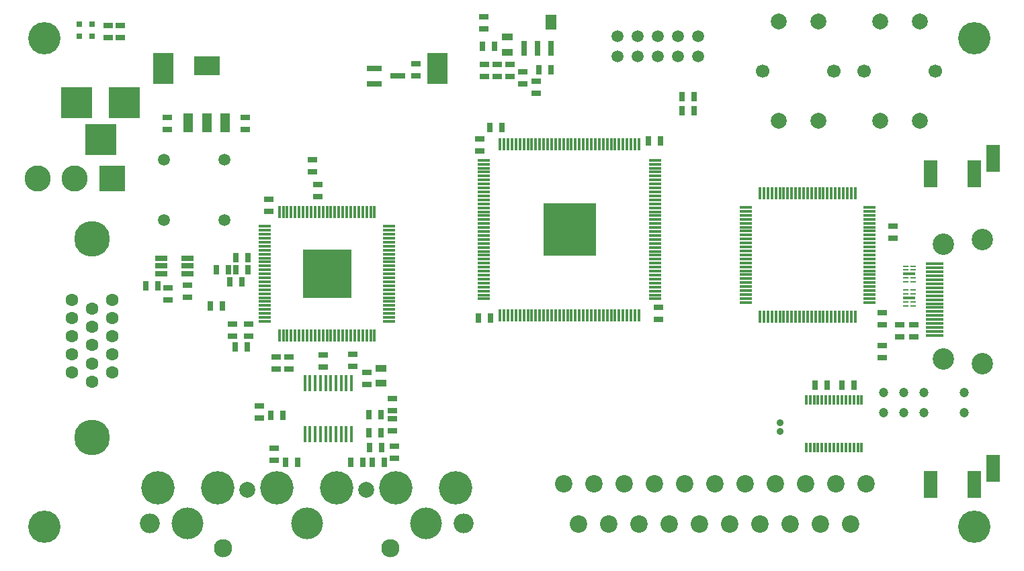
<source format=gbr>
G04 #@! TF.GenerationSoftware,KiCad,Pcbnew,7.0.6+dfsg-1*
G04 #@! TF.CreationDate,2023-08-01T21:26:43+03:00*
G04 #@! TF.ProjectId,ossc_board,6f737363-5f62-46f6-9172-642e6b696361,rev?*
G04 #@! TF.SameCoordinates,Original*
G04 #@! TF.FileFunction,Soldermask,Top*
G04 #@! TF.FilePolarity,Negative*
%FSLAX46Y46*%
G04 Gerber Fmt 4.6, Leading zero omitted, Abs format (unit mm)*
G04 Created by KiCad (PCBNEW 7.0.6+dfsg-1) date 2023-08-01 21:26:43*
%MOMM*%
%LPD*%
G01*
G04 APERTURE LIST*
%ADD10R,0.635000X1.143000*%
%ADD11R,1.143000X0.635000*%
%ADD12R,1.397000X0.889000*%
%ADD13R,4.000000X4.000000*%
%ADD14C,1.600000*%
%ADD15C,4.500000*%
%ADD16R,0.700000X1.900000*%
%ADD17R,1.400000X1.900000*%
%ADD18C,1.506220*%
%ADD19C,4.064000*%
%ADD20R,0.300000X1.600000*%
%ADD21R,1.600000X0.300000*%
%ADD22C,0.690000*%
%ADD23C,2.000000*%
%ADD24R,6.200000X6.200000*%
%ADD25O,2.500000X2.500000*%
%ADD26C,2.300000*%
%ADD27C,4.200000*%
%ADD28C,4.000000*%
%ADD29C,2.200000*%
%ADD30R,6.700000X6.700000*%
%ADD31R,2.500000X4.000000*%
%ADD32R,1.560000X0.650000*%
%ADD33R,3.300000X3.300000*%
%ADD34C,3.300000*%
%ADD35C,1.700000*%
%ADD36R,0.400000X2.000000*%
%ADD37R,1.200000X2.400000*%
%ADD38R,3.300000X2.400000*%
%ADD39R,0.797560X0.797560*%
%ADD40R,1.900000X0.800000*%
%ADD41R,1.700000X3.500000*%
%ADD42R,2.200000X0.300000*%
%ADD43C,2.700000*%
%ADD44C,0.900000*%
%ADD45R,0.300000X1.200000*%
%ADD46R,0.700000X0.200000*%
%ADD47R,1.600000X0.400000*%
%ADD48C,1.200000*%
%ADD49C,1.500000*%
G04 APERTURE END LIST*
D10*
X39634500Y-68172700D03*
X41158500Y-68172700D03*
X51280400Y-74066000D03*
X49756400Y-74066000D03*
X53604500Y-72224000D03*
X52080500Y-72224000D03*
X53579100Y-70357100D03*
X52055100Y-70357100D03*
X53579100Y-68058400D03*
X52055100Y-68058400D03*
D11*
X40358400Y-62267200D03*
X40358400Y-60743200D03*
D10*
X41539000Y-74066000D03*
X43063000Y-74066000D03*
D11*
X34872000Y-58177800D03*
X34872000Y-56653800D03*
D10*
X32078000Y-54317000D03*
X33602000Y-54317000D03*
X36039000Y-51283000D03*
X34515000Y-51283000D03*
X32766000Y-49779000D03*
X34290000Y-49779000D03*
X36824000Y-48265000D03*
X35300000Y-48265000D03*
D11*
X26705900Y-52018300D03*
X26705900Y-53542300D03*
X26645000Y-32075000D03*
X26645000Y-30551000D03*
X66000000Y-34762000D03*
X66000000Y-33238000D03*
D10*
X68762000Y-31800000D03*
X67238000Y-31800000D03*
X67362000Y-55900000D03*
X65838000Y-55900000D03*
D11*
X66520400Y-17868000D03*
X66520400Y-19392000D03*
D10*
X92974500Y-27888300D03*
X91450500Y-27888300D03*
X87259000Y-33498000D03*
X88783000Y-33498000D03*
D11*
X88500000Y-54538000D03*
X88500000Y-56062000D03*
X118040000Y-44248000D03*
X118040000Y-45772000D03*
X36405000Y-32080000D03*
X36405000Y-30556000D03*
D12*
X69494000Y-20408500D03*
X69494000Y-22313500D03*
D13*
X21202140Y-28649000D03*
X15202660Y-28649000D03*
X18202400Y-33348000D03*
D14*
X19695500Y-62735400D03*
X19695500Y-60445400D03*
X19695500Y-58155400D03*
X19695500Y-55865400D03*
X19695500Y-53575400D03*
X17155500Y-63875400D03*
X17155500Y-61585400D03*
X17155500Y-59295400D03*
X17155500Y-57005400D03*
D15*
X17155500Y-45915400D03*
D14*
X17155500Y-54715400D03*
D15*
X17155500Y-70915400D03*
D14*
X14615500Y-62735400D03*
X14615500Y-60445400D03*
X14615500Y-58155400D03*
X14615500Y-55865400D03*
X14615500Y-53575400D03*
D16*
X74964100Y-21860500D03*
X73264100Y-21860500D03*
X71564100Y-21860500D03*
D17*
X74944100Y-18510500D03*
D18*
X93480000Y-20320000D03*
X93480000Y-22860000D03*
X90940000Y-20320000D03*
X90940000Y-22860000D03*
X88400000Y-20320000D03*
X88400000Y-22860000D03*
X85860000Y-20320000D03*
X85860000Y-22860000D03*
X83320000Y-20320000D03*
X83320000Y-22860000D03*
D19*
X11130000Y-20600000D03*
X11130000Y-82200000D03*
X128300000Y-82200000D03*
X128300000Y-20600000D03*
D11*
X38262900Y-68477500D03*
X38262900Y-66953500D03*
D10*
X52410700Y-74078200D03*
X53934700Y-74078200D03*
D11*
X55280900Y-72008100D03*
X55280900Y-73532100D03*
X55001500Y-70128500D03*
X55001500Y-68604500D03*
X54997000Y-67547000D03*
X54997000Y-66023000D03*
X40104000Y-73777000D03*
X40104000Y-72253000D03*
D10*
X35301000Y-49779000D03*
X36825000Y-49779000D03*
X25397800Y-51764300D03*
X23873800Y-51764300D03*
D11*
X39370000Y-40894000D03*
X39370000Y-42418000D03*
X44931000Y-37368000D03*
X44931000Y-35844000D03*
X45616200Y-39013500D03*
X45616200Y-40537500D03*
D10*
X91463200Y-29666300D03*
X92987200Y-29666300D03*
D11*
X116693000Y-55199000D03*
X116693000Y-56723000D03*
X66609300Y-25399100D03*
X66609300Y-23875100D03*
X68222200Y-25411800D03*
X68222200Y-23887800D03*
X69835100Y-25411800D03*
X69835100Y-23887800D03*
X71448000Y-26288100D03*
X71448000Y-24764100D03*
X73086300Y-27520000D03*
X73086300Y-25996000D03*
D10*
X73467300Y-24548200D03*
X74991300Y-24548200D03*
X67866600Y-21551000D03*
X66342600Y-21551000D03*
D11*
X19159000Y-18929000D03*
X19159000Y-20453000D03*
X20709000Y-18925000D03*
X20709000Y-20449000D03*
D20*
X40736000Y-58092000D03*
X41236000Y-58092000D03*
X41736000Y-58092000D03*
X42236000Y-58092000D03*
X42736000Y-58092000D03*
X43236000Y-58092000D03*
X43736000Y-58092000D03*
X44236000Y-58092000D03*
X44736000Y-58092000D03*
X45236000Y-58092000D03*
X45736000Y-58092000D03*
X46236000Y-58092000D03*
X46736000Y-58092000D03*
X47236000Y-58092000D03*
X47736000Y-58092000D03*
X48236000Y-58092000D03*
X48736000Y-58092000D03*
X49236000Y-58092000D03*
X49736000Y-58092000D03*
X50236000Y-58092000D03*
X50736000Y-58092000D03*
X51236000Y-58092000D03*
X51736000Y-58092000D03*
X52236000Y-58092000D03*
X52736000Y-58092000D03*
D21*
X54536000Y-56292000D03*
X54536000Y-55792000D03*
X54536000Y-55292000D03*
X54536000Y-54792000D03*
X54536000Y-54292000D03*
X54536000Y-53792000D03*
X54536000Y-53292000D03*
X54536000Y-52792000D03*
X54536000Y-52292000D03*
X54536000Y-51792000D03*
X54536000Y-51292000D03*
X54536000Y-50792000D03*
X54536000Y-50292000D03*
X54536000Y-49792000D03*
D22*
X44336000Y-52692000D03*
X45136000Y-52692000D03*
X45936000Y-52692000D03*
X46736000Y-52692000D03*
X47536000Y-52692000D03*
X48336000Y-52692000D03*
X49136000Y-52692000D03*
X44336000Y-51892000D03*
X45136000Y-51892000D03*
X45936000Y-51892000D03*
X46736000Y-51892000D03*
X47536000Y-51892000D03*
X48336000Y-51892000D03*
X49136000Y-51892000D03*
X44336000Y-51092000D03*
X45136000Y-51092000D03*
X48336000Y-51092000D03*
X49136000Y-51092000D03*
X44336000Y-50292000D03*
X45136000Y-50292000D03*
D23*
X46736000Y-50292000D03*
D24*
X46736000Y-50292000D03*
D22*
X48336000Y-50292000D03*
X49136000Y-50292000D03*
X44336000Y-49492000D03*
X45136000Y-49492000D03*
X48336000Y-49492000D03*
X49136000Y-49492000D03*
D21*
X54536000Y-49292000D03*
D22*
X44336000Y-48692000D03*
X45136000Y-48692000D03*
X45936000Y-48692000D03*
X46736000Y-48692000D03*
X47536000Y-48692000D03*
X48336000Y-48692000D03*
X49136000Y-48692000D03*
X44336000Y-47892000D03*
X45136000Y-47892000D03*
X45936000Y-47892000D03*
X46736000Y-47892000D03*
X47536000Y-47892000D03*
X48336000Y-47892000D03*
X49136000Y-47892000D03*
D21*
X54536000Y-48792000D03*
X54536000Y-48292000D03*
X54536000Y-47792000D03*
X54536000Y-47292000D03*
X54536000Y-46792000D03*
X54536000Y-46292000D03*
X54536000Y-45792000D03*
X54536000Y-45292000D03*
X54536000Y-44792000D03*
X54536000Y-44292000D03*
D20*
X52736000Y-42492000D03*
X52236000Y-42492000D03*
X51736000Y-42492000D03*
X51236000Y-42492000D03*
X50736000Y-42492000D03*
X50236000Y-42492000D03*
X49736000Y-42492000D03*
X49236000Y-42492000D03*
X48736000Y-42492000D03*
X48236000Y-42492000D03*
X47736000Y-42492000D03*
X47236000Y-42492000D03*
X46736000Y-42492000D03*
X46236000Y-42492000D03*
X45736000Y-42492000D03*
X45236000Y-42492000D03*
X44736000Y-42492000D03*
X44236000Y-42492000D03*
X43736000Y-42492000D03*
X43236000Y-42492000D03*
X42736000Y-42492000D03*
X42236000Y-42492000D03*
X41736000Y-42492000D03*
X41236000Y-42492000D03*
X40736000Y-42492000D03*
D21*
X38936000Y-44292000D03*
X38936000Y-44792000D03*
X38936000Y-45292000D03*
X38936000Y-45792000D03*
X38936000Y-46292000D03*
X38936000Y-46792000D03*
X38936000Y-47292000D03*
X38936000Y-47792000D03*
X38936000Y-48292000D03*
X38936000Y-48792000D03*
X38936000Y-49292000D03*
X38936000Y-49792000D03*
X38936000Y-50292000D03*
X38936000Y-50792000D03*
X38936000Y-51292000D03*
X38936000Y-51792000D03*
X38936000Y-52292000D03*
X38936000Y-52792000D03*
X38936000Y-53292000D03*
X38936000Y-53792000D03*
X38936000Y-54292000D03*
X38936000Y-54792000D03*
X38936000Y-55292000D03*
X38936000Y-55792000D03*
X38936000Y-56292000D03*
D25*
X24396000Y-81776200D03*
D26*
X33662620Y-84920720D03*
D23*
X36696000Y-77576200D03*
X51696000Y-77576200D03*
D26*
X54729380Y-84920720D03*
D25*
X63996000Y-81776200D03*
D27*
X40446000Y-77276200D03*
X47946000Y-77276200D03*
X55446000Y-77276200D03*
X62946000Y-77276200D03*
X25446000Y-77276200D03*
X32946000Y-77276200D03*
D28*
X29196000Y-81776200D03*
X44196000Y-81776200D03*
X59196000Y-81776200D03*
D20*
X86050000Y-33900000D03*
X85550000Y-33900000D03*
X85050000Y-33900000D03*
X84550000Y-33900000D03*
X84050000Y-33900000D03*
X83550000Y-33900000D03*
X83050000Y-33900000D03*
X82550000Y-33900000D03*
X82050000Y-33900000D03*
X81550000Y-33900000D03*
X81050000Y-33900000D03*
X80550000Y-33900000D03*
X80050000Y-33900000D03*
X79550000Y-33900000D03*
X79050000Y-33900000D03*
X78550000Y-33900000D03*
X78050000Y-33900000D03*
X77550000Y-33900000D03*
X77050000Y-33900000D03*
X76550000Y-33900000D03*
X76050000Y-33900000D03*
X75550000Y-33900000D03*
X75050000Y-33900000D03*
X74550000Y-33900000D03*
X74050000Y-33900000D03*
X73550000Y-33900000D03*
X73050000Y-33900000D03*
X72550000Y-33900000D03*
X72050000Y-33900000D03*
X71550000Y-33900000D03*
X71050000Y-33900000D03*
X70550000Y-33900000D03*
X70050000Y-33900000D03*
X69550000Y-33900000D03*
X69050000Y-33900000D03*
X68550000Y-33900000D03*
D21*
X66500000Y-35950000D03*
X66500000Y-36450000D03*
X66500000Y-36950000D03*
X66500000Y-37450000D03*
X66500000Y-37950000D03*
D22*
X79850000Y-42150000D03*
X79000000Y-42150000D03*
X78150000Y-42150000D03*
X77300000Y-42150000D03*
X76450000Y-42150000D03*
X75600000Y-42150000D03*
X74750000Y-42150000D03*
X79850000Y-43000000D03*
X79000000Y-43000000D03*
X78150000Y-43000000D03*
X77300000Y-43000000D03*
X76450000Y-43000000D03*
X75600000Y-43000000D03*
X74750000Y-43000000D03*
X79850000Y-43850000D03*
X79000000Y-43850000D03*
X75600000Y-43850000D03*
X74750000Y-43850000D03*
X79850000Y-44700000D03*
X79000000Y-44700000D03*
D29*
X77300000Y-44700000D03*
D30*
X77300000Y-44700000D03*
D22*
X75600000Y-44700000D03*
X74750000Y-44700000D03*
X79850000Y-45550000D03*
X79000000Y-45550000D03*
X75600000Y-45550000D03*
X74750000Y-45550000D03*
X79850000Y-46400000D03*
X79000000Y-46400000D03*
X78150000Y-46400000D03*
X77300000Y-46400000D03*
X76450000Y-46400000D03*
X75600000Y-46400000D03*
X74750000Y-46400000D03*
X79850000Y-47250000D03*
X79000000Y-47250000D03*
X78150000Y-47250000D03*
X77300000Y-47250000D03*
X76450000Y-47250000D03*
X75600000Y-47250000D03*
X74750000Y-47250000D03*
D21*
X66500000Y-38450000D03*
X66500000Y-38950000D03*
X66500000Y-39450000D03*
X66500000Y-39950000D03*
X66500000Y-40450000D03*
X66500000Y-40950000D03*
X66500000Y-41450000D03*
X66500000Y-41950000D03*
X66500000Y-42450000D03*
X66500000Y-42950000D03*
X66500000Y-43450000D03*
X66500000Y-43950000D03*
X66500000Y-44450000D03*
X66500000Y-44950000D03*
X66500000Y-45450000D03*
X66500000Y-45950000D03*
X66500000Y-46450000D03*
X66500000Y-46950000D03*
X66500000Y-47450000D03*
X66500000Y-47950000D03*
X66500000Y-48450000D03*
X66500000Y-48950000D03*
X66500000Y-49450000D03*
X66500000Y-49950000D03*
X66500000Y-50450000D03*
X66500000Y-50950000D03*
X66500000Y-51450000D03*
X66500000Y-51950000D03*
X66500000Y-52450000D03*
X66500000Y-52950000D03*
X66500000Y-53450000D03*
D20*
X68550000Y-55500000D03*
X69050000Y-55500000D03*
X69550000Y-55500000D03*
X70050000Y-55500000D03*
X70550000Y-55500000D03*
X71050000Y-55500000D03*
X71550000Y-55500000D03*
X72050000Y-55500000D03*
X72550000Y-55500000D03*
X73050000Y-55500000D03*
X73550000Y-55500000D03*
X74050000Y-55500000D03*
X74550000Y-55500000D03*
X75050000Y-55500000D03*
X75550000Y-55500000D03*
X76050000Y-55500000D03*
X76550000Y-55500000D03*
X77050000Y-55500000D03*
X77550000Y-55500000D03*
X78050000Y-55500000D03*
X78550000Y-55500000D03*
X79050000Y-55500000D03*
X79550000Y-55500000D03*
X80050000Y-55500000D03*
X80550000Y-55500000D03*
X81050000Y-55500000D03*
X81550000Y-55500000D03*
X82050000Y-55500000D03*
X82550000Y-55500000D03*
X83050000Y-55500000D03*
X83550000Y-55500000D03*
X84050000Y-55500000D03*
X84550000Y-55500000D03*
X85050000Y-55500000D03*
X85550000Y-55500000D03*
X86050000Y-55500000D03*
D21*
X88100000Y-53450000D03*
X88100000Y-52950000D03*
X88100000Y-52450000D03*
X88100000Y-51950000D03*
X88100000Y-51450000D03*
X88100000Y-50950000D03*
X88100000Y-50450000D03*
X88100000Y-49950000D03*
X88100000Y-49450000D03*
X88100000Y-48950000D03*
X88100000Y-48450000D03*
X88100000Y-47950000D03*
X88100000Y-47450000D03*
X88100000Y-46950000D03*
X88100000Y-46450000D03*
X88100000Y-45950000D03*
X88100000Y-45450000D03*
X88100000Y-44950000D03*
X88100000Y-44450000D03*
X88100000Y-43950000D03*
X88100000Y-43450000D03*
X88100000Y-42950000D03*
X88100000Y-42450000D03*
X88100000Y-41950000D03*
X88100000Y-41450000D03*
X88100000Y-40950000D03*
X88100000Y-40450000D03*
X88100000Y-39950000D03*
X88100000Y-39450000D03*
X88100000Y-38950000D03*
X88100000Y-38450000D03*
X88100000Y-37950000D03*
X88100000Y-37450000D03*
X88100000Y-36950000D03*
X88100000Y-36450000D03*
X88100000Y-35950000D03*
D20*
X101300000Y-55700000D03*
X101800000Y-55700000D03*
X102300000Y-55700000D03*
X102800000Y-55700000D03*
X103300000Y-55700000D03*
X103800000Y-55700000D03*
X104300000Y-55700000D03*
X104800000Y-55700000D03*
X105300000Y-55700000D03*
X105800000Y-55700000D03*
X106300000Y-55700000D03*
X106800000Y-55700000D03*
X107300000Y-55700000D03*
X107800000Y-55700000D03*
X108300000Y-55700000D03*
X108800000Y-55700000D03*
X109300000Y-55700000D03*
X109800000Y-55700000D03*
X110300000Y-55700000D03*
X110800000Y-55700000D03*
X111300000Y-55700000D03*
X111800000Y-55700000D03*
X112300000Y-55700000D03*
X112800000Y-55700000D03*
X113300000Y-55700000D03*
D21*
X115100000Y-53900000D03*
X115100000Y-53400000D03*
X115100000Y-52900000D03*
X115100000Y-52400000D03*
X115100000Y-51900000D03*
X115100000Y-51400000D03*
X115100000Y-50900000D03*
X115100000Y-50400000D03*
X115100000Y-49900000D03*
X115100000Y-49400000D03*
X115100000Y-48900000D03*
X115100000Y-48400000D03*
X115100000Y-47900000D03*
X115100000Y-47400000D03*
X115100000Y-46900000D03*
X115100000Y-46400000D03*
X115100000Y-45900000D03*
X115100000Y-45400000D03*
X115100000Y-44900000D03*
X115100000Y-44400000D03*
X115100000Y-43900000D03*
X115100000Y-43400000D03*
X115100000Y-42900000D03*
X115100000Y-42400000D03*
X115100000Y-41900000D03*
D20*
X113300000Y-40100000D03*
X112800000Y-40100000D03*
X112300000Y-40100000D03*
X111800000Y-40100000D03*
X111300000Y-40100000D03*
X110800000Y-40100000D03*
X110300000Y-40100000D03*
X109800000Y-40100000D03*
X109300000Y-40100000D03*
X108800000Y-40100000D03*
X108300000Y-40100000D03*
X107800000Y-40100000D03*
X107300000Y-40100000D03*
X106800000Y-40100000D03*
X106300000Y-40100000D03*
X105800000Y-40100000D03*
X105300000Y-40100000D03*
X104800000Y-40100000D03*
X104300000Y-40100000D03*
X103800000Y-40100000D03*
X103300000Y-40100000D03*
X102800000Y-40100000D03*
X102300000Y-40100000D03*
X101800000Y-40100000D03*
X101300000Y-40100000D03*
D21*
X99500000Y-41900000D03*
X99500000Y-42400000D03*
X99500000Y-42900000D03*
X99500000Y-43400000D03*
X99500000Y-43900000D03*
X99500000Y-44400000D03*
X99500000Y-44900000D03*
X99500000Y-45400000D03*
X99500000Y-45900000D03*
X99500000Y-46400000D03*
X99500000Y-46900000D03*
X99500000Y-47400000D03*
X99500000Y-47900000D03*
X99500000Y-48400000D03*
X99500000Y-48900000D03*
X99500000Y-49400000D03*
X99500000Y-49900000D03*
X99500000Y-50400000D03*
X99500000Y-50900000D03*
X99500000Y-51400000D03*
X99500000Y-51900000D03*
X99500000Y-52400000D03*
X99500000Y-52900000D03*
X99500000Y-53400000D03*
X99500000Y-53900000D03*
D11*
X57912000Y-23754000D03*
X57912000Y-25278000D03*
D10*
X35138700Y-59536700D03*
X36662700Y-59536700D03*
D31*
X60676200Y-24406600D03*
X26076200Y-24406600D03*
D11*
X46225800Y-62013200D03*
X46225800Y-60489200D03*
X49985000Y-61987800D03*
X49985000Y-60463800D03*
X41958600Y-62267200D03*
X41958600Y-60743200D03*
X36827800Y-56628400D03*
X36827800Y-58152400D03*
X51763000Y-64252000D03*
X51763000Y-62728000D03*
X29144300Y-51713500D03*
X29144300Y-53237500D03*
D32*
X25843300Y-48337800D03*
X25843300Y-49287800D03*
X25843300Y-50237800D03*
X29143300Y-50237800D03*
X29143300Y-49287800D03*
X29143300Y-48337800D03*
D12*
X53538000Y-64107500D03*
X53538000Y-62202500D03*
D33*
X19666000Y-38298000D03*
D34*
X14966000Y-38298000D03*
X10266000Y-38298000D03*
D35*
X114418000Y-24700000D03*
X123418000Y-24700000D03*
D23*
X116418000Y-30950000D03*
X116418000Y-18450000D03*
X121418000Y-30950000D03*
X121418000Y-18450000D03*
D35*
X101631000Y-24700000D03*
X110631000Y-24700000D03*
D23*
X103631000Y-30950000D03*
X103631000Y-18450000D03*
X108631000Y-30950000D03*
X108631000Y-18450000D03*
D36*
X43963000Y-70544000D03*
X44613000Y-70544000D03*
X45263000Y-70544000D03*
X45913000Y-70544000D03*
X46563000Y-70544000D03*
X47213000Y-70544000D03*
X47863000Y-70544000D03*
X48513000Y-70544000D03*
X49163000Y-70544000D03*
X49813000Y-70544000D03*
X49813000Y-64104000D03*
X49163000Y-64104000D03*
X48513000Y-64104000D03*
X47863000Y-64104000D03*
X47213000Y-64104000D03*
X46563000Y-64104000D03*
X45913000Y-64104000D03*
X45263000Y-64104000D03*
X44613000Y-64104000D03*
X43963000Y-64104000D03*
D37*
X29277000Y-31256000D03*
D38*
X31577000Y-24056000D03*
D37*
X31577000Y-31256000D03*
X33877000Y-31256000D03*
D39*
X17179000Y-20294300D03*
X17179000Y-18795700D03*
X15549000Y-20294300D03*
X15549000Y-18795700D03*
D40*
X52693000Y-24379000D03*
X52693000Y-26279000D03*
X55693000Y-25329000D03*
D11*
X116690000Y-60902000D03*
X116690000Y-59378000D03*
X120690000Y-58262000D03*
X120690000Y-56738000D03*
X118930000Y-58262000D03*
X118930000Y-56738000D03*
D41*
X130706000Y-74830000D03*
X128306000Y-76830000D03*
X122806000Y-76830000D03*
D10*
X111648000Y-64350000D03*
X113172000Y-64350000D03*
X109797000Y-64359000D03*
X108273000Y-64359000D03*
D41*
X130698000Y-35676000D03*
X128298000Y-37676000D03*
X122798000Y-37676000D03*
D42*
X123300000Y-49050000D03*
X123300000Y-49550000D03*
X123300000Y-50050000D03*
X123300000Y-50550000D03*
X123300000Y-51050000D03*
X123300000Y-51550000D03*
X123300000Y-52050000D03*
X123300000Y-52550000D03*
X123300000Y-53050000D03*
X123300000Y-53550000D03*
X123300000Y-54050000D03*
X123300000Y-54550000D03*
X123300000Y-55050000D03*
X123300000Y-55550000D03*
X123300000Y-56050000D03*
X123300000Y-56550000D03*
D43*
X129350000Y-61650000D03*
X124400000Y-61050000D03*
D42*
X123300000Y-57050000D03*
D43*
X124400000Y-46550000D03*
X129350000Y-45950000D03*
D42*
X123300000Y-57550000D03*
X123300000Y-58050000D03*
D44*
X103861000Y-70197000D03*
X103861000Y-69097000D03*
D45*
X114122000Y-66230000D03*
X113622000Y-66230000D03*
X113122000Y-66230000D03*
X112622000Y-66230000D03*
X112122000Y-66230000D03*
X111622000Y-66230000D03*
X111122000Y-66230000D03*
X110622000Y-66230000D03*
X110122000Y-66230000D03*
X109622000Y-66230000D03*
X109122000Y-66230000D03*
X108622000Y-66230000D03*
X108122000Y-66230000D03*
X107622000Y-66230000D03*
X107122000Y-66230000D03*
X107122000Y-72230000D03*
X107622000Y-72230000D03*
X108122000Y-72230000D03*
X108622000Y-72230000D03*
X109122000Y-72230000D03*
X109622000Y-72230000D03*
X110122000Y-72230000D03*
X110622000Y-72230000D03*
X111122000Y-72230000D03*
X111622000Y-72230000D03*
X112122000Y-72230000D03*
X112622000Y-72230000D03*
X113122000Y-72230000D03*
X113622000Y-72230000D03*
X114122000Y-72230000D03*
D46*
X119670300Y-49310000D03*
X119670300Y-49810000D03*
D47*
X120120000Y-50310000D03*
D46*
X119670300Y-50810000D03*
X119670300Y-51310000D03*
X120569700Y-51310000D03*
X120569700Y-50810000D03*
D47*
X120120000Y-50310000D03*
D46*
X120569700Y-49810000D03*
X120569700Y-49310000D03*
X119670300Y-52310000D03*
X119670300Y-52810000D03*
D47*
X120120000Y-53310000D03*
D46*
X119670300Y-53810000D03*
X119670300Y-54310000D03*
X120569700Y-54310000D03*
X120569700Y-53810000D03*
D47*
X120120000Y-53310000D03*
D46*
X120569700Y-52810000D03*
X120569700Y-52310000D03*
D29*
X114659600Y-76741200D03*
X112754600Y-81821200D03*
X110849600Y-76741200D03*
X108944600Y-81821200D03*
X107039600Y-76741200D03*
X105134600Y-81821200D03*
X103229600Y-76741200D03*
X101324600Y-81821200D03*
X99419600Y-76741200D03*
X97514600Y-81821200D03*
X95609600Y-76741200D03*
X93704600Y-81821200D03*
X91799600Y-76741200D03*
X89894600Y-81821200D03*
X87989600Y-76741200D03*
X86084600Y-81821200D03*
X84179600Y-76741200D03*
X82274600Y-81821200D03*
X80369600Y-76741200D03*
X78464600Y-81821200D03*
X76559600Y-76741200D03*
D48*
X127000000Y-67790000D03*
X127000000Y-65250000D03*
X116840000Y-65250000D03*
X119380000Y-65250000D03*
X121920000Y-65250000D03*
X116840000Y-67790000D03*
X119380000Y-67790000D03*
X121920000Y-67790000D03*
D49*
X26184500Y-35889300D03*
X26184500Y-43509300D03*
X33804500Y-43509300D03*
X33804500Y-35889300D03*
M02*

</source>
